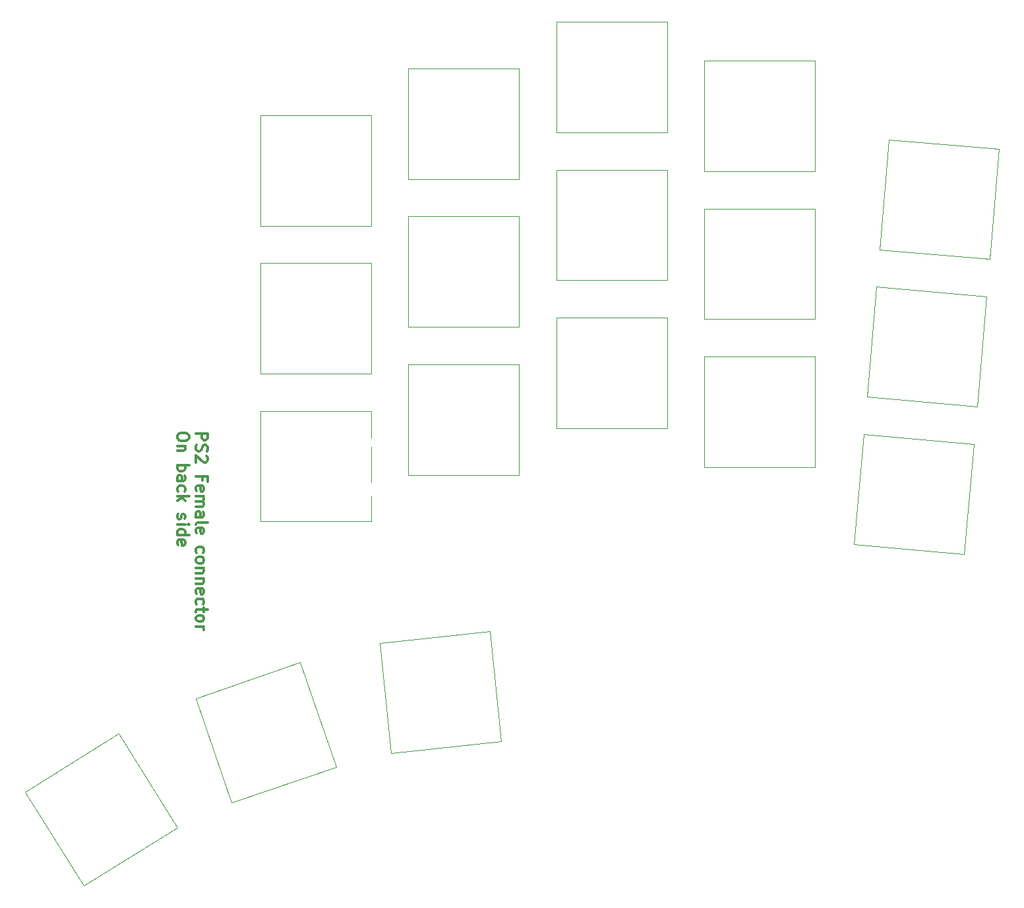
<source format=gto>
G04 #@! TF.GenerationSoftware,KiCad,Pcbnew,7.0.7*
G04 #@! TF.CreationDate,2023-11-26T11:09:42-07:00*
G04 #@! TF.ProjectId,TypeStationX,54797065-5374-4617-9469-6f6e582e6b69,rev?*
G04 #@! TF.SameCoordinates,Original*
G04 #@! TF.FileFunction,Legend,Top*
G04 #@! TF.FilePolarity,Positive*
%FSLAX46Y46*%
G04 Gerber Fmt 4.6, Leading zero omitted, Abs format (unit mm)*
G04 Created by KiCad (PCBNEW 7.0.7) date 2023-11-26 11:09:42*
%MOMM*%
%LPD*%
G01*
G04 APERTURE LIST*
G04 Aperture macros list*
%AMHorizOval*
0 Thick line with rounded ends*
0 $1 width*
0 $2 $3 position (X,Y) of the first rounded end (center of the circle)*
0 $4 $5 position (X,Y) of the second rounded end (center of the circle)*
0 Add line between two ends*
20,1,$1,$2,$3,$4,$5,0*
0 Add two circle primitives to create the rounded ends*
1,1,$1,$2,$3*
1,1,$1,$4,$5*%
%AMRotRect*
0 Rectangle, with rotation*
0 The origin of the aperture is its center*
0 $1 length*
0 $2 width*
0 $3 Rotation angle, in degrees counterclockwise*
0 Add horizontal line*
21,1,$1,$2,0,0,$3*%
G04 Aperture macros list end*
%ADD10C,0.300000*%
%ADD11C,0.120000*%
%ADD12C,1.750000*%
%ADD13C,1.550000*%
%ADD14C,4.000000*%
%ADD15R,1.300000X1.778000*%
%ADD16O,1.300000X1.778000*%
%ADD17RotRect,1.778000X1.300000X96.000000*%
%ADD18HorizOval,1.300000X-0.024982X0.237691X0.024982X-0.237691X0*%
%ADD19RotRect,1.778000X1.300000X85.000000*%
%ADD20HorizOval,1.300000X0.020830X0.238091X-0.020830X-0.238091X0*%
%ADD21RotRect,1.778000X1.300000X109.000000*%
%ADD22HorizOval,1.300000X-0.077811X0.225979X0.077811X-0.225979X0*%
%ADD23R,1.700000X1.700000*%
%ADD24O,1.700000X1.700000*%
%ADD25RotRect,1.778000X1.300000X122.000000*%
%ADD26HorizOval,1.300000X-0.126651X0.202683X0.126651X-0.202683X0*%
G04 APERTURE END LIST*
D10*
X178087398Y-97503589D02*
X179587398Y-97503589D01*
X179587398Y-97503589D02*
X179587398Y-98075018D01*
X179587398Y-98075018D02*
X179515969Y-98217875D01*
X179515969Y-98217875D02*
X179444541Y-98289304D01*
X179444541Y-98289304D02*
X179301684Y-98360732D01*
X179301684Y-98360732D02*
X179087398Y-98360732D01*
X179087398Y-98360732D02*
X178944541Y-98289304D01*
X178944541Y-98289304D02*
X178873112Y-98217875D01*
X178873112Y-98217875D02*
X178801684Y-98075018D01*
X178801684Y-98075018D02*
X178801684Y-97503589D01*
X178158827Y-98932161D02*
X178087398Y-99146447D01*
X178087398Y-99146447D02*
X178087398Y-99503589D01*
X178087398Y-99503589D02*
X178158827Y-99646447D01*
X178158827Y-99646447D02*
X178230255Y-99717875D01*
X178230255Y-99717875D02*
X178373112Y-99789304D01*
X178373112Y-99789304D02*
X178515969Y-99789304D01*
X178515969Y-99789304D02*
X178658827Y-99717875D01*
X178658827Y-99717875D02*
X178730255Y-99646447D01*
X178730255Y-99646447D02*
X178801684Y-99503589D01*
X178801684Y-99503589D02*
X178873112Y-99217875D01*
X178873112Y-99217875D02*
X178944541Y-99075018D01*
X178944541Y-99075018D02*
X179015969Y-99003589D01*
X179015969Y-99003589D02*
X179158827Y-98932161D01*
X179158827Y-98932161D02*
X179301684Y-98932161D01*
X179301684Y-98932161D02*
X179444541Y-99003589D01*
X179444541Y-99003589D02*
X179515969Y-99075018D01*
X179515969Y-99075018D02*
X179587398Y-99217875D01*
X179587398Y-99217875D02*
X179587398Y-99575018D01*
X179587398Y-99575018D02*
X179515969Y-99789304D01*
X179444541Y-100360732D02*
X179515969Y-100432160D01*
X179515969Y-100432160D02*
X179587398Y-100575018D01*
X179587398Y-100575018D02*
X179587398Y-100932160D01*
X179587398Y-100932160D02*
X179515969Y-101075018D01*
X179515969Y-101075018D02*
X179444541Y-101146446D01*
X179444541Y-101146446D02*
X179301684Y-101217875D01*
X179301684Y-101217875D02*
X179158827Y-101217875D01*
X179158827Y-101217875D02*
X178944541Y-101146446D01*
X178944541Y-101146446D02*
X178087398Y-100289303D01*
X178087398Y-100289303D02*
X178087398Y-101217875D01*
X178873112Y-103503588D02*
X178873112Y-103003588D01*
X178087398Y-103003588D02*
X179587398Y-103003588D01*
X179587398Y-103003588D02*
X179587398Y-103717874D01*
X178158827Y-104860731D02*
X178087398Y-104717874D01*
X178087398Y-104717874D02*
X178087398Y-104432160D01*
X178087398Y-104432160D02*
X178158827Y-104289302D01*
X178158827Y-104289302D02*
X178301684Y-104217874D01*
X178301684Y-104217874D02*
X178873112Y-104217874D01*
X178873112Y-104217874D02*
X179015969Y-104289302D01*
X179015969Y-104289302D02*
X179087398Y-104432160D01*
X179087398Y-104432160D02*
X179087398Y-104717874D01*
X179087398Y-104717874D02*
X179015969Y-104860731D01*
X179015969Y-104860731D02*
X178873112Y-104932160D01*
X178873112Y-104932160D02*
X178730255Y-104932160D01*
X178730255Y-104932160D02*
X178587398Y-104217874D01*
X178087398Y-105575016D02*
X179087398Y-105575016D01*
X178944541Y-105575016D02*
X179015969Y-105646445D01*
X179015969Y-105646445D02*
X179087398Y-105789302D01*
X179087398Y-105789302D02*
X179087398Y-106003588D01*
X179087398Y-106003588D02*
X179015969Y-106146445D01*
X179015969Y-106146445D02*
X178873112Y-106217874D01*
X178873112Y-106217874D02*
X178087398Y-106217874D01*
X178873112Y-106217874D02*
X179015969Y-106289302D01*
X179015969Y-106289302D02*
X179087398Y-106432159D01*
X179087398Y-106432159D02*
X179087398Y-106646445D01*
X179087398Y-106646445D02*
X179015969Y-106789302D01*
X179015969Y-106789302D02*
X178873112Y-106860731D01*
X178873112Y-106860731D02*
X178087398Y-106860731D01*
X178087398Y-108217874D02*
X178873112Y-108217874D01*
X178873112Y-108217874D02*
X179015969Y-108146445D01*
X179015969Y-108146445D02*
X179087398Y-108003588D01*
X179087398Y-108003588D02*
X179087398Y-107717874D01*
X179087398Y-107717874D02*
X179015969Y-107575016D01*
X178158827Y-108217874D02*
X178087398Y-108075016D01*
X178087398Y-108075016D02*
X178087398Y-107717874D01*
X178087398Y-107717874D02*
X178158827Y-107575016D01*
X178158827Y-107575016D02*
X178301684Y-107503588D01*
X178301684Y-107503588D02*
X178444541Y-107503588D01*
X178444541Y-107503588D02*
X178587398Y-107575016D01*
X178587398Y-107575016D02*
X178658827Y-107717874D01*
X178658827Y-107717874D02*
X178658827Y-108075016D01*
X178658827Y-108075016D02*
X178730255Y-108217874D01*
X178087398Y-109146445D02*
X178158827Y-109003588D01*
X178158827Y-109003588D02*
X178301684Y-108932159D01*
X178301684Y-108932159D02*
X179587398Y-108932159D01*
X178158827Y-110289302D02*
X178087398Y-110146445D01*
X178087398Y-110146445D02*
X178087398Y-109860731D01*
X178087398Y-109860731D02*
X178158827Y-109717873D01*
X178158827Y-109717873D02*
X178301684Y-109646445D01*
X178301684Y-109646445D02*
X178873112Y-109646445D01*
X178873112Y-109646445D02*
X179015969Y-109717873D01*
X179015969Y-109717873D02*
X179087398Y-109860731D01*
X179087398Y-109860731D02*
X179087398Y-110146445D01*
X179087398Y-110146445D02*
X179015969Y-110289302D01*
X179015969Y-110289302D02*
X178873112Y-110360731D01*
X178873112Y-110360731D02*
X178730255Y-110360731D01*
X178730255Y-110360731D02*
X178587398Y-109646445D01*
X178158827Y-112789302D02*
X178087398Y-112646444D01*
X178087398Y-112646444D02*
X178087398Y-112360730D01*
X178087398Y-112360730D02*
X178158827Y-112217873D01*
X178158827Y-112217873D02*
X178230255Y-112146444D01*
X178230255Y-112146444D02*
X178373112Y-112075016D01*
X178373112Y-112075016D02*
X178801684Y-112075016D01*
X178801684Y-112075016D02*
X178944541Y-112146444D01*
X178944541Y-112146444D02*
X179015969Y-112217873D01*
X179015969Y-112217873D02*
X179087398Y-112360730D01*
X179087398Y-112360730D02*
X179087398Y-112646444D01*
X179087398Y-112646444D02*
X179015969Y-112789302D01*
X178087398Y-113646444D02*
X178158827Y-113503587D01*
X178158827Y-113503587D02*
X178230255Y-113432158D01*
X178230255Y-113432158D02*
X178373112Y-113360730D01*
X178373112Y-113360730D02*
X178801684Y-113360730D01*
X178801684Y-113360730D02*
X178944541Y-113432158D01*
X178944541Y-113432158D02*
X179015969Y-113503587D01*
X179015969Y-113503587D02*
X179087398Y-113646444D01*
X179087398Y-113646444D02*
X179087398Y-113860730D01*
X179087398Y-113860730D02*
X179015969Y-114003587D01*
X179015969Y-114003587D02*
X178944541Y-114075016D01*
X178944541Y-114075016D02*
X178801684Y-114146444D01*
X178801684Y-114146444D02*
X178373112Y-114146444D01*
X178373112Y-114146444D02*
X178230255Y-114075016D01*
X178230255Y-114075016D02*
X178158827Y-114003587D01*
X178158827Y-114003587D02*
X178087398Y-113860730D01*
X178087398Y-113860730D02*
X178087398Y-113646444D01*
X179087398Y-114789301D02*
X178087398Y-114789301D01*
X178944541Y-114789301D02*
X179015969Y-114860730D01*
X179015969Y-114860730D02*
X179087398Y-115003587D01*
X179087398Y-115003587D02*
X179087398Y-115217873D01*
X179087398Y-115217873D02*
X179015969Y-115360730D01*
X179015969Y-115360730D02*
X178873112Y-115432159D01*
X178873112Y-115432159D02*
X178087398Y-115432159D01*
X179087398Y-116146444D02*
X178087398Y-116146444D01*
X178944541Y-116146444D02*
X179015969Y-116217873D01*
X179015969Y-116217873D02*
X179087398Y-116360730D01*
X179087398Y-116360730D02*
X179087398Y-116575016D01*
X179087398Y-116575016D02*
X179015969Y-116717873D01*
X179015969Y-116717873D02*
X178873112Y-116789302D01*
X178873112Y-116789302D02*
X178087398Y-116789302D01*
X178158827Y-118075016D02*
X178087398Y-117932159D01*
X178087398Y-117932159D02*
X178087398Y-117646445D01*
X178087398Y-117646445D02*
X178158827Y-117503587D01*
X178158827Y-117503587D02*
X178301684Y-117432159D01*
X178301684Y-117432159D02*
X178873112Y-117432159D01*
X178873112Y-117432159D02*
X179015969Y-117503587D01*
X179015969Y-117503587D02*
X179087398Y-117646445D01*
X179087398Y-117646445D02*
X179087398Y-117932159D01*
X179087398Y-117932159D02*
X179015969Y-118075016D01*
X179015969Y-118075016D02*
X178873112Y-118146445D01*
X178873112Y-118146445D02*
X178730255Y-118146445D01*
X178730255Y-118146445D02*
X178587398Y-117432159D01*
X178158827Y-119432159D02*
X178087398Y-119289301D01*
X178087398Y-119289301D02*
X178087398Y-119003587D01*
X178087398Y-119003587D02*
X178158827Y-118860730D01*
X178158827Y-118860730D02*
X178230255Y-118789301D01*
X178230255Y-118789301D02*
X178373112Y-118717873D01*
X178373112Y-118717873D02*
X178801684Y-118717873D01*
X178801684Y-118717873D02*
X178944541Y-118789301D01*
X178944541Y-118789301D02*
X179015969Y-118860730D01*
X179015969Y-118860730D02*
X179087398Y-119003587D01*
X179087398Y-119003587D02*
X179087398Y-119289301D01*
X179087398Y-119289301D02*
X179015969Y-119432159D01*
X179087398Y-119860730D02*
X179087398Y-120432158D01*
X179587398Y-120075015D02*
X178301684Y-120075015D01*
X178301684Y-120075015D02*
X178158827Y-120146444D01*
X178158827Y-120146444D02*
X178087398Y-120289301D01*
X178087398Y-120289301D02*
X178087398Y-120432158D01*
X178087398Y-121146444D02*
X178158827Y-121003587D01*
X178158827Y-121003587D02*
X178230255Y-120932158D01*
X178230255Y-120932158D02*
X178373112Y-120860730D01*
X178373112Y-120860730D02*
X178801684Y-120860730D01*
X178801684Y-120860730D02*
X178944541Y-120932158D01*
X178944541Y-120932158D02*
X179015969Y-121003587D01*
X179015969Y-121003587D02*
X179087398Y-121146444D01*
X179087398Y-121146444D02*
X179087398Y-121360730D01*
X179087398Y-121360730D02*
X179015969Y-121503587D01*
X179015969Y-121503587D02*
X178944541Y-121575016D01*
X178944541Y-121575016D02*
X178801684Y-121646444D01*
X178801684Y-121646444D02*
X178373112Y-121646444D01*
X178373112Y-121646444D02*
X178230255Y-121575016D01*
X178230255Y-121575016D02*
X178158827Y-121503587D01*
X178158827Y-121503587D02*
X178087398Y-121360730D01*
X178087398Y-121360730D02*
X178087398Y-121146444D01*
X178087398Y-122289301D02*
X179087398Y-122289301D01*
X178801684Y-122289301D02*
X178944541Y-122360730D01*
X178944541Y-122360730D02*
X179015969Y-122432159D01*
X179015969Y-122432159D02*
X179087398Y-122575016D01*
X179087398Y-122575016D02*
X179087398Y-122717873D01*
X177172398Y-97789304D02*
X177172398Y-98075018D01*
X177172398Y-98075018D02*
X177100969Y-98217875D01*
X177100969Y-98217875D02*
X176958112Y-98360732D01*
X176958112Y-98360732D02*
X176672398Y-98432161D01*
X176672398Y-98432161D02*
X176172398Y-98432161D01*
X176172398Y-98432161D02*
X175886684Y-98360732D01*
X175886684Y-98360732D02*
X175743827Y-98217875D01*
X175743827Y-98217875D02*
X175672398Y-98075018D01*
X175672398Y-98075018D02*
X175672398Y-97789304D01*
X175672398Y-97789304D02*
X175743827Y-97646447D01*
X175743827Y-97646447D02*
X175886684Y-97503589D01*
X175886684Y-97503589D02*
X176172398Y-97432161D01*
X176172398Y-97432161D02*
X176672398Y-97432161D01*
X176672398Y-97432161D02*
X176958112Y-97503589D01*
X176958112Y-97503589D02*
X177100969Y-97646447D01*
X177100969Y-97646447D02*
X177172398Y-97789304D01*
X176672398Y-99075018D02*
X175672398Y-99075018D01*
X176529541Y-99075018D02*
X176600969Y-99146447D01*
X176600969Y-99146447D02*
X176672398Y-99289304D01*
X176672398Y-99289304D02*
X176672398Y-99503590D01*
X176672398Y-99503590D02*
X176600969Y-99646447D01*
X176600969Y-99646447D02*
X176458112Y-99717876D01*
X176458112Y-99717876D02*
X175672398Y-99717876D01*
X175672398Y-101575018D02*
X177172398Y-101575018D01*
X176600969Y-101575018D02*
X176672398Y-101717876D01*
X176672398Y-101717876D02*
X176672398Y-102003590D01*
X176672398Y-102003590D02*
X176600969Y-102146447D01*
X176600969Y-102146447D02*
X176529541Y-102217876D01*
X176529541Y-102217876D02*
X176386684Y-102289304D01*
X176386684Y-102289304D02*
X175958112Y-102289304D01*
X175958112Y-102289304D02*
X175815255Y-102217876D01*
X175815255Y-102217876D02*
X175743827Y-102146447D01*
X175743827Y-102146447D02*
X175672398Y-102003590D01*
X175672398Y-102003590D02*
X175672398Y-101717876D01*
X175672398Y-101717876D02*
X175743827Y-101575018D01*
X175672398Y-103575019D02*
X176458112Y-103575019D01*
X176458112Y-103575019D02*
X176600969Y-103503590D01*
X176600969Y-103503590D02*
X176672398Y-103360733D01*
X176672398Y-103360733D02*
X176672398Y-103075019D01*
X176672398Y-103075019D02*
X176600969Y-102932161D01*
X175743827Y-103575019D02*
X175672398Y-103432161D01*
X175672398Y-103432161D02*
X175672398Y-103075019D01*
X175672398Y-103075019D02*
X175743827Y-102932161D01*
X175743827Y-102932161D02*
X175886684Y-102860733D01*
X175886684Y-102860733D02*
X176029541Y-102860733D01*
X176029541Y-102860733D02*
X176172398Y-102932161D01*
X176172398Y-102932161D02*
X176243827Y-103075019D01*
X176243827Y-103075019D02*
X176243827Y-103432161D01*
X176243827Y-103432161D02*
X176315255Y-103575019D01*
X175743827Y-104932162D02*
X175672398Y-104789304D01*
X175672398Y-104789304D02*
X175672398Y-104503590D01*
X175672398Y-104503590D02*
X175743827Y-104360733D01*
X175743827Y-104360733D02*
X175815255Y-104289304D01*
X175815255Y-104289304D02*
X175958112Y-104217876D01*
X175958112Y-104217876D02*
X176386684Y-104217876D01*
X176386684Y-104217876D02*
X176529541Y-104289304D01*
X176529541Y-104289304D02*
X176600969Y-104360733D01*
X176600969Y-104360733D02*
X176672398Y-104503590D01*
X176672398Y-104503590D02*
X176672398Y-104789304D01*
X176672398Y-104789304D02*
X176600969Y-104932162D01*
X175672398Y-105575018D02*
X177172398Y-105575018D01*
X176243827Y-105717876D02*
X175672398Y-106146447D01*
X176672398Y-106146447D02*
X176100969Y-105575018D01*
X175743827Y-107860733D02*
X175672398Y-108003590D01*
X175672398Y-108003590D02*
X175672398Y-108289304D01*
X175672398Y-108289304D02*
X175743827Y-108432161D01*
X175743827Y-108432161D02*
X175886684Y-108503590D01*
X175886684Y-108503590D02*
X175958112Y-108503590D01*
X175958112Y-108503590D02*
X176100969Y-108432161D01*
X176100969Y-108432161D02*
X176172398Y-108289304D01*
X176172398Y-108289304D02*
X176172398Y-108075019D01*
X176172398Y-108075019D02*
X176243827Y-107932161D01*
X176243827Y-107932161D02*
X176386684Y-107860733D01*
X176386684Y-107860733D02*
X176458112Y-107860733D01*
X176458112Y-107860733D02*
X176600969Y-107932161D01*
X176600969Y-107932161D02*
X176672398Y-108075019D01*
X176672398Y-108075019D02*
X176672398Y-108289304D01*
X176672398Y-108289304D02*
X176600969Y-108432161D01*
X175672398Y-109146447D02*
X176672398Y-109146447D01*
X177172398Y-109146447D02*
X177100969Y-109075019D01*
X177100969Y-109075019D02*
X177029541Y-109146447D01*
X177029541Y-109146447D02*
X177100969Y-109217876D01*
X177100969Y-109217876D02*
X177172398Y-109146447D01*
X177172398Y-109146447D02*
X177029541Y-109146447D01*
X175672398Y-110503591D02*
X177172398Y-110503591D01*
X175743827Y-110503591D02*
X175672398Y-110360733D01*
X175672398Y-110360733D02*
X175672398Y-110075019D01*
X175672398Y-110075019D02*
X175743827Y-109932162D01*
X175743827Y-109932162D02*
X175815255Y-109860733D01*
X175815255Y-109860733D02*
X175958112Y-109789305D01*
X175958112Y-109789305D02*
X176386684Y-109789305D01*
X176386684Y-109789305D02*
X176529541Y-109860733D01*
X176529541Y-109860733D02*
X176600969Y-109932162D01*
X176600969Y-109932162D02*
X176672398Y-110075019D01*
X176672398Y-110075019D02*
X176672398Y-110360733D01*
X176672398Y-110360733D02*
X176600969Y-110503591D01*
X175743827Y-111789305D02*
X175672398Y-111646448D01*
X175672398Y-111646448D02*
X175672398Y-111360734D01*
X175672398Y-111360734D02*
X175743827Y-111217876D01*
X175743827Y-111217876D02*
X175886684Y-111146448D01*
X175886684Y-111146448D02*
X176458112Y-111146448D01*
X176458112Y-111146448D02*
X176600969Y-111217876D01*
X176600969Y-111217876D02*
X176672398Y-111360734D01*
X176672398Y-111360734D02*
X176672398Y-111646448D01*
X176672398Y-111646448D02*
X176600969Y-111789305D01*
X176600969Y-111789305D02*
X176458112Y-111860734D01*
X176458112Y-111860734D02*
X176315255Y-111860734D01*
X176315255Y-111860734D02*
X176172398Y-111146448D01*
D11*
X243355964Y-87599079D02*
X243355964Y-101799079D01*
X243355964Y-101799079D02*
X257555964Y-101799079D01*
X257555964Y-87599079D02*
X243355964Y-87599079D01*
X257555964Y-101799079D02*
X257555964Y-87599079D01*
X205355964Y-50599079D02*
X205355964Y-64799079D01*
X205355964Y-64799079D02*
X219555964Y-64799079D01*
X219555964Y-50599079D02*
X205355964Y-50599079D01*
X219555964Y-64799079D02*
X219555964Y-50599079D01*
X224355964Y-44599079D02*
X224355964Y-58799079D01*
X224355964Y-58799079D02*
X238555964Y-58799079D01*
X238555964Y-44599079D02*
X224355964Y-44599079D01*
X238555964Y-58799079D02*
X238555964Y-44599079D01*
X156096287Y-143582889D02*
X163621140Y-155625172D01*
X163621140Y-155625172D02*
X175663423Y-148100319D01*
X168138570Y-136058036D02*
X156096287Y-143582889D01*
X175663423Y-148100319D02*
X168138570Y-136058036D01*
X265445945Y-78622285D02*
X264208334Y-92768250D01*
X264208334Y-92768250D02*
X278354299Y-94005861D01*
X279591910Y-79859896D02*
X265445945Y-78622285D01*
X278354299Y-94005861D02*
X279591910Y-79859896D01*
X205355964Y-69599079D02*
X205355964Y-83799079D01*
X205355964Y-83799079D02*
X219555964Y-83799079D01*
X219555964Y-69599079D02*
X205355964Y-69599079D01*
X219555964Y-83799079D02*
X219555964Y-69599079D01*
X243355964Y-68599079D02*
X243355964Y-82799079D01*
X243355964Y-82799079D02*
X257555964Y-82799079D01*
X257555964Y-68599079D02*
X243355964Y-68599079D01*
X257555964Y-82799079D02*
X257555964Y-68599079D01*
X186355962Y-56599079D02*
X186355962Y-70799079D01*
X186355962Y-70799079D02*
X200555962Y-70799079D01*
X200555962Y-56599079D02*
X186355962Y-56599079D01*
X200555962Y-70799079D02*
X200555962Y-56599079D01*
X224355964Y-63599079D02*
X224355964Y-77799079D01*
X224355964Y-77799079D02*
X238555964Y-77799079D01*
X238555964Y-63599079D02*
X224355964Y-63599079D01*
X238555964Y-77799079D02*
X238555964Y-63599079D01*
X186355962Y-94599079D02*
X186355962Y-108799079D01*
X186355962Y-108799079D02*
X200555962Y-108799079D01*
X200555962Y-94599079D02*
X186355962Y-94599079D01*
X200555962Y-108799079D02*
X200555962Y-94599079D01*
X178038627Y-131502346D02*
X182661695Y-144928710D01*
X182661695Y-144928710D02*
X196088059Y-140305642D01*
X191464991Y-126879278D02*
X178038627Y-131502346D01*
X196088059Y-140305642D02*
X191464991Y-126879278D01*
X224355964Y-82599079D02*
X224355964Y-96799079D01*
X224355964Y-96799079D02*
X238555964Y-96799079D01*
X238555964Y-82599079D02*
X224355964Y-82599079D01*
X238555964Y-96799079D02*
X238555964Y-82599079D01*
X263797929Y-97619704D02*
X262560318Y-111765669D01*
X262560318Y-111765669D02*
X276706283Y-113003280D01*
X277943894Y-98857315D02*
X263797929Y-97619704D01*
X276706283Y-113003280D02*
X277943894Y-98857315D01*
X186355962Y-75599079D02*
X186355962Y-89799079D01*
X186355962Y-89799079D02*
X200555962Y-89799079D01*
X200555962Y-75599079D02*
X186355962Y-75599079D01*
X200555962Y-89799079D02*
X200555962Y-75599079D01*
X243355964Y-49599079D02*
X243355964Y-63799079D01*
X243355964Y-63799079D02*
X257555964Y-63799079D01*
X257555964Y-49599079D02*
X243355964Y-49599079D01*
X257555964Y-63799079D02*
X257555964Y-49599079D01*
X267055170Y-59716184D02*
X265817559Y-73862149D01*
X265817559Y-73862149D02*
X279963524Y-75099760D01*
X281201135Y-60953795D02*
X267055170Y-59716184D01*
X279963524Y-75099760D02*
X281201135Y-60953795D01*
X201657773Y-124429648D02*
X203142078Y-138551859D01*
X203142078Y-138551859D02*
X217264289Y-137067554D01*
X215779984Y-122945343D02*
X201657773Y-124429648D01*
X217264289Y-137067554D02*
X215779984Y-122945343D01*
X205355964Y-88599079D02*
X205355964Y-102799079D01*
X205355964Y-102799079D02*
X219555964Y-102799079D01*
X219555964Y-88599079D02*
X205355964Y-88599079D01*
X219555964Y-102799079D02*
X219555964Y-88599079D01*
%LPC*%
D12*
X245375964Y-94699079D03*
D13*
X246645964Y-92159079D03*
D14*
X250455964Y-94699079D03*
D13*
X252995964Y-89619079D03*
D12*
X255535964Y-94699079D03*
X207375964Y-57699079D03*
D13*
X208645964Y-55159079D03*
D14*
X212455964Y-57699079D03*
D13*
X214995964Y-52619079D03*
D12*
X217535964Y-57699079D03*
X226375964Y-51699079D03*
D13*
X227645964Y-49159079D03*
D14*
X231455964Y-51699079D03*
D13*
X233995964Y-46619079D03*
D12*
X236535964Y-51699079D03*
X161571771Y-148533594D03*
D13*
X161302797Y-145706554D03*
D14*
X165879855Y-145841604D03*
D13*
X165341907Y-140187525D03*
D12*
X170187939Y-143149614D03*
X266839453Y-85871322D03*
D13*
X268325996Y-83451675D03*
D14*
X271900122Y-86314073D03*
D13*
X274873208Y-81474780D03*
D12*
X276960791Y-86756824D03*
X207375964Y-76699079D03*
D13*
X208645964Y-74159079D03*
D14*
X212455964Y-76699079D03*
D13*
X214995964Y-71619079D03*
D12*
X217535964Y-76699079D03*
X245375964Y-75699079D03*
D13*
X246645964Y-73159079D03*
D14*
X250455964Y-75699079D03*
D13*
X252995964Y-70619079D03*
D12*
X255535964Y-75699079D03*
X188375962Y-63699079D03*
D13*
X189645962Y-61159079D03*
D14*
X193455962Y-63699079D03*
D13*
X195995962Y-58619079D03*
D12*
X198535962Y-63699079D03*
X226375964Y-70699079D03*
D13*
X227645964Y-68159079D03*
D14*
X231455964Y-70699079D03*
D13*
X233995964Y-65619079D03*
D12*
X236535964Y-70699079D03*
X188375962Y-101699079D03*
D13*
X189645962Y-99159079D03*
D14*
X193455962Y-101699079D03*
D13*
X195995962Y-96619079D03*
D12*
X198535962Y-101699079D03*
X182260109Y-137557880D03*
D13*
X182633974Y-134742791D03*
D14*
X187063343Y-135903994D03*
D13*
X187811074Y-130273817D03*
D12*
X191866577Y-134250108D03*
X226375964Y-89699079D03*
D13*
X227645964Y-87159079D03*
D14*
X231455964Y-89699079D03*
D13*
X233995964Y-84619079D03*
D12*
X236535964Y-89699079D03*
X265191437Y-104868741D03*
D13*
X266677980Y-102449094D03*
D14*
X270252106Y-105311492D03*
D13*
X273225192Y-100472199D03*
D12*
X275312775Y-105754243D03*
X188375962Y-82699079D03*
D13*
X189645962Y-80159079D03*
D14*
X193455962Y-82699079D03*
D13*
X195995962Y-77619079D03*
D12*
X198535962Y-82699079D03*
X245375964Y-56699079D03*
D13*
X246645964Y-54159079D03*
D14*
X250455964Y-56699079D03*
D13*
X252995964Y-51619079D03*
D12*
X255535964Y-56699079D03*
X268448678Y-66965221D03*
D13*
X269935221Y-64545574D03*
D14*
X273509347Y-67407972D03*
D13*
X276482433Y-62568679D03*
D12*
X278570016Y-67850723D03*
X204408860Y-131279606D03*
D13*
X205406400Y-128620769D03*
D14*
X209461031Y-130748601D03*
D13*
X211456112Y-125430927D03*
D12*
X214513202Y-130217596D03*
X207375964Y-95699079D03*
D13*
X208645964Y-93159079D03*
D14*
X212455964Y-95699079D03*
D13*
X214995964Y-90619079D03*
D12*
X217535964Y-95699079D03*
D15*
X201723227Y-66699079D03*
D16*
X201723227Y-60699079D03*
D15*
X220723227Y-98699079D03*
D16*
X220723227Y-92699079D03*
D15*
X258723227Y-59695448D03*
D16*
X258723227Y-53695448D03*
D15*
X201523227Y-85699079D03*
D16*
X201523227Y-79699079D03*
D15*
X258723227Y-78695448D03*
D16*
X258723227Y-72695448D03*
D15*
X201123227Y-104699079D03*
D16*
X201123227Y-98699079D03*
D17*
X217992546Y-132868428D03*
D18*
X217365376Y-126901296D03*
D19*
X278189688Y-109017399D03*
D20*
X278712622Y-103040231D03*
D19*
X281431367Y-71112518D03*
D20*
X281954301Y-65135350D03*
D21*
X195784455Y-136073937D03*
D22*
X193831047Y-130400825D03*
D15*
X220723227Y-79695448D03*
D16*
X220723227Y-73695448D03*
D19*
X279938688Y-90028816D03*
D20*
X280461622Y-84051648D03*
D15*
X220723227Y-60699079D03*
D16*
X220723227Y-54699079D03*
D23*
X181275976Y-124000000D03*
D24*
X181275976Y-120000000D03*
X181275976Y-116000000D03*
X181275976Y-112000000D03*
X181275976Y-108000000D03*
X181275976Y-104000000D03*
X181275976Y-100000000D03*
X181275976Y-96000000D03*
X181275976Y-92000000D03*
D15*
X239723227Y-73699079D03*
D16*
X239723227Y-67699079D03*
D25*
X174612914Y-143922118D03*
D26*
X171433398Y-138833830D03*
D15*
X239723227Y-54699079D03*
D16*
X239723227Y-48699079D03*
D15*
X239723227Y-92699079D03*
D16*
X239723227Y-86699079D03*
D15*
X258723227Y-97699079D03*
D16*
X258723227Y-91699079D03*
%LPD*%
M02*

</source>
